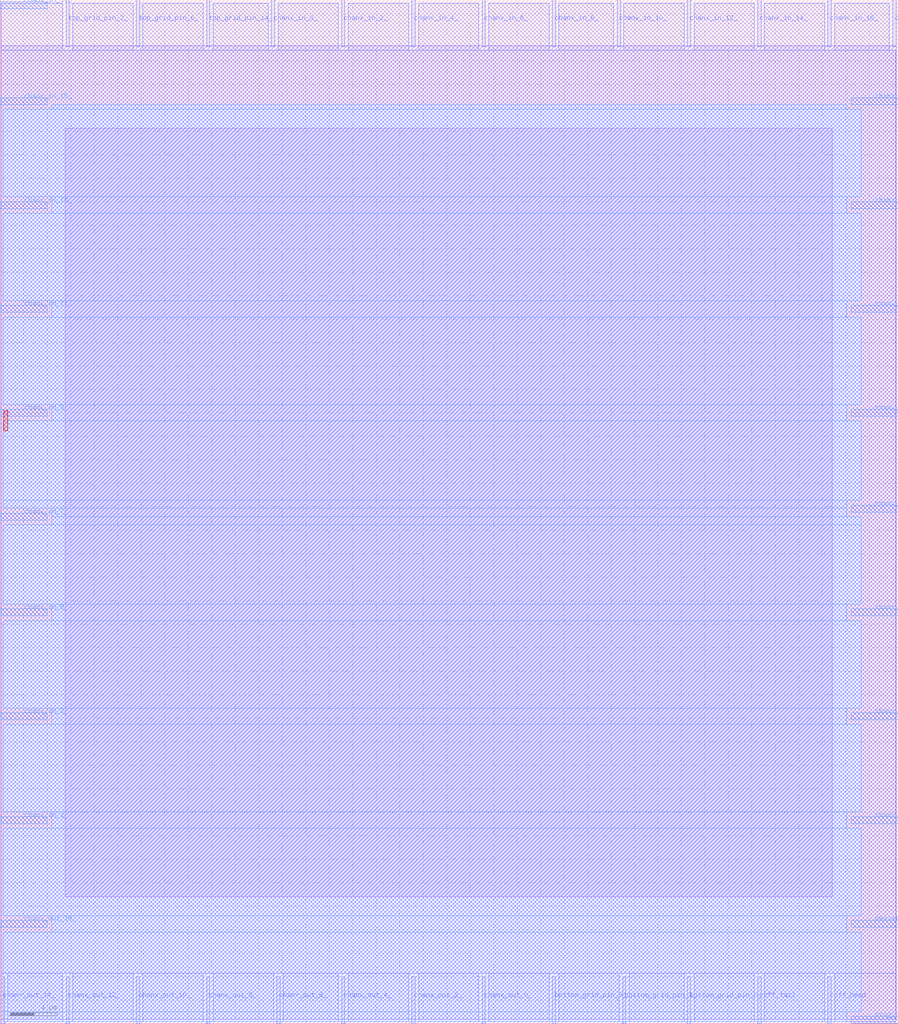
<source format=lef>
VERSION 5.7 ;
  NAMESCASESENSITIVE ON ;
  NOWIREEXTENSIONATPIN ON ;
  DIVIDERCHAR "/" ;
  BUSBITCHARS "[]" ;
UNITS
  DATABASE MICRONS 200 ;
END UNITS

MACRO cbx_1__1_
  CLASS BLOCK ;
  FOREIGN cbx_1__1_ ;
  ORIGIN 0.000 0.000 ;
  SIZE 76.455 BY 87.175 ;
  PIN chanx_out_7_
    DIRECTION OUTPUT TRISTATE ;
    PORT
      LAYER met3 ;
        RECT 72.455 60.560 76.455 61.160 ;
    END
  END chanx_out_7_
  PIN chanx_in_9_
    DIRECTION INPUT ;
    PORT
      LAYER met3 ;
        RECT 0.000 51.720 4.000 52.320 ;
    END
  END chanx_in_9_
  PIN chanx_in_5_
    DIRECTION INPUT ;
    PORT
      LAYER met3 ;
        RECT 0.000 34.720 4.000 35.320 ;
    END
  END chanx_in_5_
  PIN chanx_out_16_
    DIRECTION OUTPUT TRISTATE ;
    PORT
      LAYER met3 ;
        RECT 0.000 8.200 4.000 8.800 ;
    END
  END chanx_out_16_
  PIN top_grid_pin_6_
    DIRECTION OUTPUT TRISTATE ;
    PORT
      LAYER met2 ;
        RECT 11.590 83.175 11.870 87.175 ;
    END
  END top_grid_pin_6_
  PIN bottom_grid_pin_4_
    DIRECTION OUTPUT TRISTATE ;
    PORT
      LAYER met2 ;
        RECT 52.990 0.000 53.270 4.000 ;
    END
  END bottom_grid_pin_4_
  PIN ccff_tail
    DIRECTION OUTPUT TRISTATE ;
    PORT
      LAYER met2 ;
        RECT 64.490 0.000 64.770 4.000 ;
    END
  END ccff_tail
  PIN chanx_in_17_
    DIRECTION INPUT ;
    PORT
      LAYER met3 ;
        RECT 0.000 86.400 4.000 87.000 ;
    END
  END chanx_in_17_
  PIN chanx_in_16_
    DIRECTION INPUT ;
    PORT
      LAYER met2 ;
        RECT 70.470 83.175 70.750 87.175 ;
    END
  END chanx_in_16_
  PIN chanx_in_10_
    DIRECTION INPUT ;
    PORT
      LAYER met2 ;
        RECT 52.530 83.175 52.810 87.175 ;
    END
  END chanx_in_10_
  PIN chanx_out_3_
    DIRECTION OUTPUT TRISTATE ;
    PORT
      LAYER met3 ;
        RECT 72.455 78.240 76.455 78.840 ;
    END
  END chanx_out_3_
  PIN chanx_in_3_
    DIRECTION INPUT ;
    PORT
      LAYER met3 ;
        RECT 0.000 25.880 4.000 26.480 ;
    END
  END chanx_in_3_
  PIN ccff_head
    DIRECTION INPUT ;
    PORT
      LAYER met2 ;
        RECT 70.470 0.000 70.750 4.000 ;
    END
  END ccff_head
  PIN chanx_in_7_
    DIRECTION INPUT ;
    PORT
      LAYER met3 ;
        RECT 0.000 42.880 4.000 43.480 ;
    END
  END chanx_in_7_
  PIN top_grid_pin_14_
    DIRECTION OUTPUT TRISTATE ;
    PORT
      LAYER met2 ;
        RECT 17.570 83.175 17.850 87.175 ;
    END
  END top_grid_pin_14_
  PIN chanx_out_10_
    DIRECTION OUTPUT TRISTATE ;
    PORT
      LAYER met2 ;
        RECT 11.590 0.000 11.870 4.000 ;
    END
  END chanx_out_10_
  PIN chanx_out_13_
    DIRECTION OUTPUT TRISTATE ;
    PORT
      LAYER met3 ;
        RECT 72.455 34.720 76.455 35.320 ;
    END
  END chanx_out_13_
  PIN chanx_in_2_
    DIRECTION INPUT ;
    PORT
      LAYER met2 ;
        RECT 29.070 83.175 29.350 87.175 ;
    END
  END chanx_in_2_
  PIN chanx_out_9_
    DIRECTION OUTPUT TRISTATE ;
    PORT
      LAYER met3 ;
        RECT 72.455 51.720 76.455 52.320 ;
    END
  END chanx_out_9_
  PIN chanx_in_14_
    DIRECTION INPUT ;
    PORT
      LAYER met2 ;
        RECT 64.490 83.175 64.770 87.175 ;
    END
  END chanx_in_14_
  PIN chanx_out_15_
    DIRECTION OUTPUT TRISTATE ;
    PORT
      LAYER met3 ;
        RECT 72.455 25.880 76.455 26.480 ;
    END
  END chanx_out_15_
  PIN chanx_in_11_
    DIRECTION INPUT ;
    PORT
      LAYER met3 ;
        RECT 0.000 60.560 4.000 61.160 ;
    END
  END chanx_in_11_
  PIN chanx_in_4_
    DIRECTION INPUT ;
    PORT
      LAYER met2 ;
        RECT 35.050 83.175 35.330 87.175 ;
    END
  END chanx_in_4_
  PIN chanx_out_17_
    DIRECTION OUTPUT TRISTATE ;
    PORT
      LAYER met3 ;
        RECT 72.455 17.040 76.455 17.640 ;
    END
  END chanx_out_17_
  PIN top_grid_pin_2_
    DIRECTION OUTPUT TRISTATE ;
    PORT
      LAYER met2 ;
        RECT 5.610 83.175 5.890 87.175 ;
    END
  END top_grid_pin_2_
  PIN chanx_out_4_
    DIRECTION OUTPUT TRISTATE ;
    PORT
      LAYER met2 ;
        RECT 29.070 0.000 29.350 4.000 ;
    END
  END chanx_out_4_
  PIN chanx_in_15_
    DIRECTION INPUT ;
    PORT
      LAYER met3 ;
        RECT 0.000 78.240 4.000 78.840 ;
    END
  END chanx_in_15_
  PIN pReset
    DIRECTION INPUT ;
    PORT
      LAYER met3 ;
        RECT 72.455 8.200 76.455 8.800 ;
    END
  END pReset
  PIN chanx_in_8_
    DIRECTION INPUT ;
    PORT
      LAYER met2 ;
        RECT 47.010 83.175 47.290 87.175 ;
    END
  END chanx_in_8_
  PIN chanx_in_1_
    DIRECTION INPUT ;
    PORT
      LAYER met3 ;
        RECT 0.000 17.040 4.000 17.640 ;
    END
  END chanx_in_1_
  PIN chanx_out_0_
    DIRECTION OUTPUT TRISTATE ;
    PORT
      LAYER met2 ;
        RECT 41.030 0.000 41.310 4.000 ;
    END
  END chanx_out_0_
  PIN chanx_out_1_
    DIRECTION OUTPUT TRISTATE ;
    PORT
      LAYER met2 ;
        RECT 75.990 83.175 76.270 87.175 ;
    END
  END chanx_out_1_
  PIN chanx_in_6_
    DIRECTION INPUT ;
    PORT
      LAYER met2 ;
        RECT 41.030 83.175 41.310 87.175 ;
    END
  END chanx_in_6_
  PIN chanx_in_12_
    DIRECTION INPUT ;
    PORT
      LAYER met2 ;
        RECT 58.510 83.175 58.790 87.175 ;
    END
  END chanx_in_12_
  PIN chanx_out_11_
    DIRECTION OUTPUT TRISTATE ;
    PORT
      LAYER met3 ;
        RECT 72.455 43.560 76.455 44.160 ;
    END
  END chanx_out_11_
  PIN chanx_out_6_
    DIRECTION OUTPUT TRISTATE ;
    PORT
      LAYER met2 ;
        RECT 23.550 0.000 23.830 4.000 ;
    END
  END chanx_out_6_
  PIN chanx_out_8_
    DIRECTION OUTPUT TRISTATE ;
    PORT
      LAYER met2 ;
        RECT 17.570 0.000 17.850 4.000 ;
    END
  END chanx_out_8_
  PIN prog_clk
    DIRECTION INPUT ;
    PORT
      LAYER met3 ;
        RECT 72.455 0.040 76.455 0.640 ;
    END
  END prog_clk
  PIN bottom_grid_pin_0_
    DIRECTION OUTPUT TRISTATE ;
    PORT
      LAYER met2 ;
        RECT 58.510 0.000 58.790 4.000 ;
    END
  END bottom_grid_pin_0_
  PIN bottom_grid_pin_8_
    DIRECTION OUTPUT TRISTATE ;
    PORT
      LAYER met2 ;
        RECT 47.010 0.000 47.290 4.000 ;
    END
  END bottom_grid_pin_8_
  PIN chanx_out_2_
    DIRECTION OUTPUT TRISTATE ;
    PORT
      LAYER met2 ;
        RECT 35.050 0.000 35.330 4.000 ;
    END
  END chanx_out_2_
  PIN chanx_in_13_
    DIRECTION INPUT ;
    PORT
      LAYER met3 ;
        RECT 0.000 69.400 4.000 70.000 ;
    END
  END chanx_in_13_
  PIN chanx_out_12_
    DIRECTION OUTPUT TRISTATE ;
    PORT
      LAYER met2 ;
        RECT 5.610 0.000 5.890 4.000 ;
    END
  END chanx_out_12_
  PIN chanx_in_0_
    DIRECTION INPUT ;
    PORT
      LAYER met2 ;
        RECT 23.090 83.175 23.370 87.175 ;
    END
  END chanx_in_0_
  PIN chanx_out_5_
    DIRECTION OUTPUT TRISTATE ;
    PORT
      LAYER met3 ;
        RECT 72.455 69.400 76.455 70.000 ;
    END
  END chanx_out_5_
  PIN chanx_out_14_
    DIRECTION OUTPUT TRISTATE ;
    PORT
      LAYER met2 ;
        RECT 0.090 0.000 0.370 4.000 ;
    END
  END chanx_out_14_
  OBS
      LAYER li1 ;
        RECT 5.520 10.795 70.840 76.245 ;
      LAYER met1 ;
        RECT 0.070 0.380 76.290 83.260 ;
      LAYER met2 ;
        RECT 0.090 82.895 5.330 86.885 ;
        RECT 6.170 82.895 11.310 86.885 ;
        RECT 12.150 82.895 17.290 86.885 ;
        RECT 18.130 82.895 22.810 86.885 ;
        RECT 23.650 82.895 28.790 86.885 ;
        RECT 29.630 82.895 34.770 86.885 ;
        RECT 35.610 82.895 40.750 86.885 ;
        RECT 41.590 82.895 46.730 86.885 ;
        RECT 47.570 82.895 52.250 86.885 ;
        RECT 53.090 82.895 58.230 86.885 ;
        RECT 59.070 82.895 64.210 86.885 ;
        RECT 65.050 82.895 70.190 86.885 ;
        RECT 71.030 82.895 75.710 86.885 ;
        RECT 0.090 4.280 76.260 82.895 ;
        RECT 0.650 0.155 5.330 4.280 ;
        RECT 6.170 0.155 11.310 4.280 ;
        RECT 12.150 0.155 17.290 4.280 ;
        RECT 18.130 0.155 23.270 4.280 ;
        RECT 24.110 0.155 28.790 4.280 ;
        RECT 29.630 0.155 34.770 4.280 ;
        RECT 35.610 0.155 40.750 4.280 ;
        RECT 41.590 0.155 46.730 4.280 ;
        RECT 47.570 0.155 52.710 4.280 ;
        RECT 53.550 0.155 58.230 4.280 ;
        RECT 59.070 0.155 64.210 4.280 ;
        RECT 65.050 0.155 70.190 4.280 ;
        RECT 71.030 0.155 76.260 4.280 ;
      LAYER met3 ;
        RECT 4.400 77.840 72.055 78.240 ;
        RECT 0.270 70.400 73.290 77.840 ;
        RECT 4.400 69.000 72.055 70.400 ;
        RECT 0.270 61.560 73.290 69.000 ;
        RECT 4.400 60.160 72.055 61.560 ;
        RECT 0.270 52.720 73.290 60.160 ;
        RECT 4.400 51.320 72.055 52.720 ;
        RECT 0.270 44.560 73.290 51.320 ;
        RECT 0.270 43.880 72.055 44.560 ;
        RECT 4.400 43.160 72.055 43.880 ;
        RECT 4.400 42.480 73.290 43.160 ;
        RECT 0.270 35.720 73.290 42.480 ;
        RECT 4.400 34.320 72.055 35.720 ;
        RECT 0.270 26.880 73.290 34.320 ;
        RECT 4.400 25.480 72.055 26.880 ;
        RECT 0.270 18.040 73.290 25.480 ;
        RECT 4.400 16.640 72.055 18.040 ;
        RECT 0.270 9.200 73.290 16.640 ;
        RECT 4.400 7.800 72.055 9.200 ;
        RECT 0.270 1.040 73.290 7.800 ;
        RECT 0.270 0.190 72.055 1.040 ;
      LAYER met4 ;
        RECT 0.295 50.495 0.625 52.185 ;
  END
END cbx_1__1_
END LIBRARY


</source>
